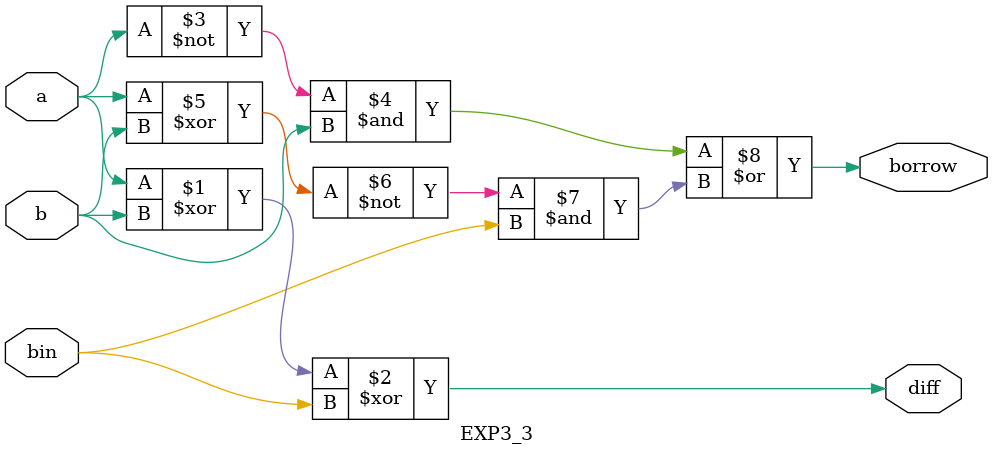
<source format=v>
module EXP3_3 (
    input  wire a, b, bin,       // Inputs
    output wire diff, borrow     // Outputs
);

    // Logic equations
    assign diff   = a ^ b ^ bin;                  // Difference
    assign borrow = (~a & b) | (~(a ^ b) & bin);  // Borrow logic

endmodule


</source>
